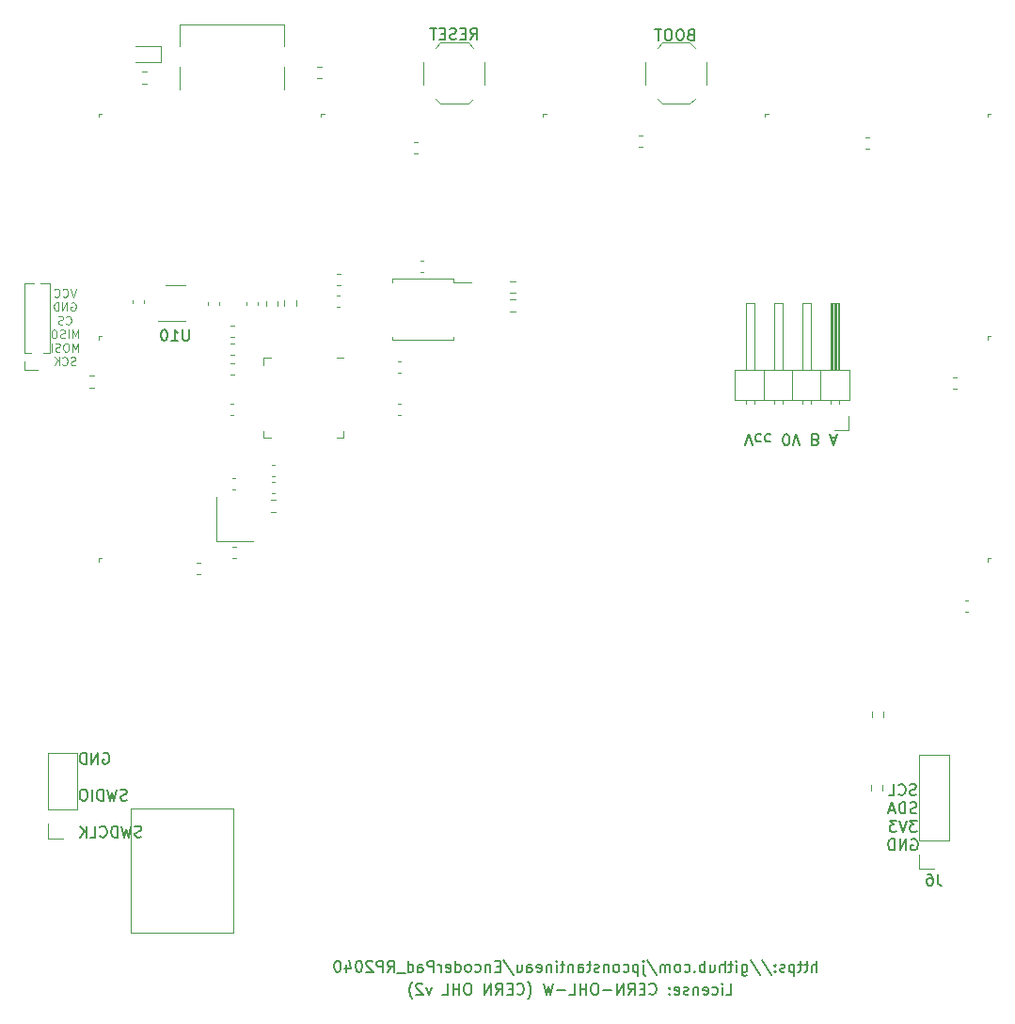
<source format=gbr>
G04 #@! TF.GenerationSoftware,KiCad,Pcbnew,(5.1.10)-1*
G04 #@! TF.CreationDate,2021-08-27T00:07:47-06:00*
G04 #@! TF.ProjectId,EncoderPad_RP2040,456e636f-6465-4725-9061-645f52503230,rev?*
G04 #@! TF.SameCoordinates,Original*
G04 #@! TF.FileFunction,Legend,Bot*
G04 #@! TF.FilePolarity,Positive*
%FSLAX46Y46*%
G04 Gerber Fmt 4.6, Leading zero omitted, Abs format (unit mm)*
G04 Created by KiCad (PCBNEW (5.1.10)-1) date 2021-08-27 00:07:47*
%MOMM*%
%LPD*%
G01*
G04 APERTURE LIST*
%ADD10C,0.150000*%
%ADD11C,0.100000*%
%ADD12C,0.120000*%
G04 APERTURE END LIST*
D10*
X114480809Y-147391380D02*
X114957000Y-147391380D01*
X114957000Y-146391380D01*
X114147476Y-147391380D02*
X114147476Y-146724714D01*
X114147476Y-146391380D02*
X114195095Y-146439000D01*
X114147476Y-146486619D01*
X114099857Y-146439000D01*
X114147476Y-146391380D01*
X114147476Y-146486619D01*
X113242714Y-147343761D02*
X113337952Y-147391380D01*
X113528428Y-147391380D01*
X113623666Y-147343761D01*
X113671285Y-147296142D01*
X113718904Y-147200904D01*
X113718904Y-146915190D01*
X113671285Y-146819952D01*
X113623666Y-146772333D01*
X113528428Y-146724714D01*
X113337952Y-146724714D01*
X113242714Y-146772333D01*
X112433190Y-147343761D02*
X112528428Y-147391380D01*
X112718904Y-147391380D01*
X112814142Y-147343761D01*
X112861761Y-147248523D01*
X112861761Y-146867571D01*
X112814142Y-146772333D01*
X112718904Y-146724714D01*
X112528428Y-146724714D01*
X112433190Y-146772333D01*
X112385571Y-146867571D01*
X112385571Y-146962809D01*
X112861761Y-147058047D01*
X111957000Y-146724714D02*
X111957000Y-147391380D01*
X111957000Y-146819952D02*
X111909380Y-146772333D01*
X111814142Y-146724714D01*
X111671285Y-146724714D01*
X111576047Y-146772333D01*
X111528428Y-146867571D01*
X111528428Y-147391380D01*
X111099857Y-147343761D02*
X111004619Y-147391380D01*
X110814142Y-147391380D01*
X110718904Y-147343761D01*
X110671285Y-147248523D01*
X110671285Y-147200904D01*
X110718904Y-147105666D01*
X110814142Y-147058047D01*
X110957000Y-147058047D01*
X111052238Y-147010428D01*
X111099857Y-146915190D01*
X111099857Y-146867571D01*
X111052238Y-146772333D01*
X110957000Y-146724714D01*
X110814142Y-146724714D01*
X110718904Y-146772333D01*
X109861761Y-147343761D02*
X109957000Y-147391380D01*
X110147476Y-147391380D01*
X110242714Y-147343761D01*
X110290333Y-147248523D01*
X110290333Y-146867571D01*
X110242714Y-146772333D01*
X110147476Y-146724714D01*
X109957000Y-146724714D01*
X109861761Y-146772333D01*
X109814142Y-146867571D01*
X109814142Y-146962809D01*
X110290333Y-147058047D01*
X109385571Y-147296142D02*
X109337952Y-147343761D01*
X109385571Y-147391380D01*
X109433190Y-147343761D01*
X109385571Y-147296142D01*
X109385571Y-147391380D01*
X109385571Y-146772333D02*
X109337952Y-146819952D01*
X109385571Y-146867571D01*
X109433190Y-146819952D01*
X109385571Y-146772333D01*
X109385571Y-146867571D01*
X107576047Y-147296142D02*
X107623666Y-147343761D01*
X107766523Y-147391380D01*
X107861761Y-147391380D01*
X108004619Y-147343761D01*
X108099857Y-147248523D01*
X108147476Y-147153285D01*
X108195095Y-146962809D01*
X108195095Y-146819952D01*
X108147476Y-146629476D01*
X108099857Y-146534238D01*
X108004619Y-146439000D01*
X107861761Y-146391380D01*
X107766523Y-146391380D01*
X107623666Y-146439000D01*
X107576047Y-146486619D01*
X107147476Y-146867571D02*
X106814142Y-146867571D01*
X106671285Y-147391380D02*
X107147476Y-147391380D01*
X107147476Y-146391380D01*
X106671285Y-146391380D01*
X105671285Y-147391380D02*
X106004619Y-146915190D01*
X106242714Y-147391380D02*
X106242714Y-146391380D01*
X105861761Y-146391380D01*
X105766523Y-146439000D01*
X105718904Y-146486619D01*
X105671285Y-146581857D01*
X105671285Y-146724714D01*
X105718904Y-146819952D01*
X105766523Y-146867571D01*
X105861761Y-146915190D01*
X106242714Y-146915190D01*
X105242714Y-147391380D02*
X105242714Y-146391380D01*
X104671285Y-147391380D01*
X104671285Y-146391380D01*
X104195095Y-147010428D02*
X103433190Y-147010428D01*
X102766523Y-146391380D02*
X102576047Y-146391380D01*
X102480809Y-146439000D01*
X102385571Y-146534238D01*
X102337952Y-146724714D01*
X102337952Y-147058047D01*
X102385571Y-147248523D01*
X102480809Y-147343761D01*
X102576047Y-147391380D01*
X102766523Y-147391380D01*
X102861761Y-147343761D01*
X102957000Y-147248523D01*
X103004619Y-147058047D01*
X103004619Y-146724714D01*
X102957000Y-146534238D01*
X102861761Y-146439000D01*
X102766523Y-146391380D01*
X101909380Y-147391380D02*
X101909380Y-146391380D01*
X101909380Y-146867571D02*
X101337952Y-146867571D01*
X101337952Y-147391380D02*
X101337952Y-146391380D01*
X100385571Y-147391380D02*
X100861761Y-147391380D01*
X100861761Y-146391380D01*
X100052238Y-147010428D02*
X99290333Y-147010428D01*
X98909380Y-146391380D02*
X98671285Y-147391380D01*
X98480809Y-146677095D01*
X98290333Y-147391380D01*
X98052238Y-146391380D01*
X96623666Y-147772333D02*
X96671285Y-147724714D01*
X96766523Y-147581857D01*
X96814142Y-147486619D01*
X96861761Y-147343761D01*
X96909380Y-147105666D01*
X96909380Y-146915190D01*
X96861761Y-146677095D01*
X96814142Y-146534238D01*
X96766523Y-146439000D01*
X96671285Y-146296142D01*
X96623666Y-146248523D01*
X95671285Y-147296142D02*
X95718904Y-147343761D01*
X95861761Y-147391380D01*
X95957000Y-147391380D01*
X96099857Y-147343761D01*
X96195095Y-147248523D01*
X96242714Y-147153285D01*
X96290333Y-146962809D01*
X96290333Y-146819952D01*
X96242714Y-146629476D01*
X96195095Y-146534238D01*
X96099857Y-146439000D01*
X95957000Y-146391380D01*
X95861761Y-146391380D01*
X95718904Y-146439000D01*
X95671285Y-146486619D01*
X95242714Y-146867571D02*
X94909380Y-146867571D01*
X94766523Y-147391380D02*
X95242714Y-147391380D01*
X95242714Y-146391380D01*
X94766523Y-146391380D01*
X93766523Y-147391380D02*
X94099857Y-146915190D01*
X94337952Y-147391380D02*
X94337952Y-146391380D01*
X93957000Y-146391380D01*
X93861761Y-146439000D01*
X93814142Y-146486619D01*
X93766523Y-146581857D01*
X93766523Y-146724714D01*
X93814142Y-146819952D01*
X93861761Y-146867571D01*
X93957000Y-146915190D01*
X94337952Y-146915190D01*
X93337952Y-147391380D02*
X93337952Y-146391380D01*
X92766523Y-147391380D01*
X92766523Y-146391380D01*
X91337952Y-146391380D02*
X91147476Y-146391380D01*
X91052238Y-146439000D01*
X90957000Y-146534238D01*
X90909380Y-146724714D01*
X90909380Y-147058047D01*
X90957000Y-147248523D01*
X91052238Y-147343761D01*
X91147476Y-147391380D01*
X91337952Y-147391380D01*
X91433190Y-147343761D01*
X91528428Y-147248523D01*
X91576047Y-147058047D01*
X91576047Y-146724714D01*
X91528428Y-146534238D01*
X91433190Y-146439000D01*
X91337952Y-146391380D01*
X90480809Y-147391380D02*
X90480809Y-146391380D01*
X90480809Y-146867571D02*
X89909380Y-146867571D01*
X89909380Y-147391380D02*
X89909380Y-146391380D01*
X88957000Y-147391380D02*
X89433190Y-147391380D01*
X89433190Y-146391380D01*
X87957000Y-146724714D02*
X87718904Y-147391380D01*
X87480809Y-146724714D01*
X87147476Y-146486619D02*
X87099857Y-146439000D01*
X87004619Y-146391380D01*
X86766523Y-146391380D01*
X86671285Y-146439000D01*
X86623666Y-146486619D01*
X86576047Y-146581857D01*
X86576047Y-146677095D01*
X86623666Y-146819952D01*
X87195095Y-147391380D01*
X86576047Y-147391380D01*
X86242714Y-147772333D02*
X86195095Y-147724714D01*
X86099857Y-147581857D01*
X86052238Y-147486619D01*
X86004619Y-147343761D01*
X85957000Y-147105666D01*
X85957000Y-146915190D01*
X86004619Y-146677095D01*
X86052238Y-146534238D01*
X86099857Y-146439000D01*
X86195095Y-146296142D01*
X86242714Y-146248523D01*
X122655476Y-145359380D02*
X122655476Y-144359380D01*
X122226904Y-145359380D02*
X122226904Y-144835571D01*
X122274523Y-144740333D01*
X122369761Y-144692714D01*
X122512619Y-144692714D01*
X122607857Y-144740333D01*
X122655476Y-144787952D01*
X121893571Y-144692714D02*
X121512619Y-144692714D01*
X121750714Y-144359380D02*
X121750714Y-145216523D01*
X121703095Y-145311761D01*
X121607857Y-145359380D01*
X121512619Y-145359380D01*
X121322142Y-144692714D02*
X120941190Y-144692714D01*
X121179285Y-144359380D02*
X121179285Y-145216523D01*
X121131666Y-145311761D01*
X121036428Y-145359380D01*
X120941190Y-145359380D01*
X120607857Y-144692714D02*
X120607857Y-145692714D01*
X120607857Y-144740333D02*
X120512619Y-144692714D01*
X120322142Y-144692714D01*
X120226904Y-144740333D01*
X120179285Y-144787952D01*
X120131666Y-144883190D01*
X120131666Y-145168904D01*
X120179285Y-145264142D01*
X120226904Y-145311761D01*
X120322142Y-145359380D01*
X120512619Y-145359380D01*
X120607857Y-145311761D01*
X119750714Y-145311761D02*
X119655476Y-145359380D01*
X119465000Y-145359380D01*
X119369761Y-145311761D01*
X119322142Y-145216523D01*
X119322142Y-145168904D01*
X119369761Y-145073666D01*
X119465000Y-145026047D01*
X119607857Y-145026047D01*
X119703095Y-144978428D01*
X119750714Y-144883190D01*
X119750714Y-144835571D01*
X119703095Y-144740333D01*
X119607857Y-144692714D01*
X119465000Y-144692714D01*
X119369761Y-144740333D01*
X118893571Y-145264142D02*
X118845952Y-145311761D01*
X118893571Y-145359380D01*
X118941190Y-145311761D01*
X118893571Y-145264142D01*
X118893571Y-145359380D01*
X118893571Y-144740333D02*
X118845952Y-144787952D01*
X118893571Y-144835571D01*
X118941190Y-144787952D01*
X118893571Y-144740333D01*
X118893571Y-144835571D01*
X117703095Y-144311761D02*
X118560238Y-145597476D01*
X116655476Y-144311761D02*
X117512619Y-145597476D01*
X115893571Y-144692714D02*
X115893571Y-145502238D01*
X115941190Y-145597476D01*
X115988809Y-145645095D01*
X116084047Y-145692714D01*
X116226904Y-145692714D01*
X116322142Y-145645095D01*
X115893571Y-145311761D02*
X115988809Y-145359380D01*
X116179285Y-145359380D01*
X116274523Y-145311761D01*
X116322142Y-145264142D01*
X116369761Y-145168904D01*
X116369761Y-144883190D01*
X116322142Y-144787952D01*
X116274523Y-144740333D01*
X116179285Y-144692714D01*
X115988809Y-144692714D01*
X115893571Y-144740333D01*
X115417380Y-145359380D02*
X115417380Y-144692714D01*
X115417380Y-144359380D02*
X115465000Y-144407000D01*
X115417380Y-144454619D01*
X115369761Y-144407000D01*
X115417380Y-144359380D01*
X115417380Y-144454619D01*
X115084047Y-144692714D02*
X114703095Y-144692714D01*
X114941190Y-144359380D02*
X114941190Y-145216523D01*
X114893571Y-145311761D01*
X114798333Y-145359380D01*
X114703095Y-145359380D01*
X114369761Y-145359380D02*
X114369761Y-144359380D01*
X113941190Y-145359380D02*
X113941190Y-144835571D01*
X113988809Y-144740333D01*
X114084047Y-144692714D01*
X114226904Y-144692714D01*
X114322142Y-144740333D01*
X114369761Y-144787952D01*
X113036428Y-144692714D02*
X113036428Y-145359380D01*
X113465000Y-144692714D02*
X113465000Y-145216523D01*
X113417380Y-145311761D01*
X113322142Y-145359380D01*
X113179285Y-145359380D01*
X113084047Y-145311761D01*
X113036428Y-145264142D01*
X112560238Y-145359380D02*
X112560238Y-144359380D01*
X112560238Y-144740333D02*
X112465000Y-144692714D01*
X112274523Y-144692714D01*
X112179285Y-144740333D01*
X112131666Y-144787952D01*
X112084047Y-144883190D01*
X112084047Y-145168904D01*
X112131666Y-145264142D01*
X112179285Y-145311761D01*
X112274523Y-145359380D01*
X112465000Y-145359380D01*
X112560238Y-145311761D01*
X111655476Y-145264142D02*
X111607857Y-145311761D01*
X111655476Y-145359380D01*
X111703095Y-145311761D01*
X111655476Y-145264142D01*
X111655476Y-145359380D01*
X110750714Y-145311761D02*
X110845952Y-145359380D01*
X111036428Y-145359380D01*
X111131666Y-145311761D01*
X111179285Y-145264142D01*
X111226904Y-145168904D01*
X111226904Y-144883190D01*
X111179285Y-144787952D01*
X111131666Y-144740333D01*
X111036428Y-144692714D01*
X110845952Y-144692714D01*
X110750714Y-144740333D01*
X110179285Y-145359380D02*
X110274523Y-145311761D01*
X110322142Y-145264142D01*
X110369761Y-145168904D01*
X110369761Y-144883190D01*
X110322142Y-144787952D01*
X110274523Y-144740333D01*
X110179285Y-144692714D01*
X110036428Y-144692714D01*
X109941190Y-144740333D01*
X109893571Y-144787952D01*
X109845952Y-144883190D01*
X109845952Y-145168904D01*
X109893571Y-145264142D01*
X109941190Y-145311761D01*
X110036428Y-145359380D01*
X110179285Y-145359380D01*
X109417380Y-145359380D02*
X109417380Y-144692714D01*
X109417380Y-144787952D02*
X109369761Y-144740333D01*
X109274523Y-144692714D01*
X109131666Y-144692714D01*
X109036428Y-144740333D01*
X108988809Y-144835571D01*
X108988809Y-145359380D01*
X108988809Y-144835571D02*
X108941190Y-144740333D01*
X108845952Y-144692714D01*
X108703095Y-144692714D01*
X108607857Y-144740333D01*
X108560238Y-144835571D01*
X108560238Y-145359380D01*
X107369761Y-144311761D02*
X108226904Y-145597476D01*
X107036428Y-144692714D02*
X107036428Y-145549857D01*
X107084047Y-145645095D01*
X107179285Y-145692714D01*
X107226904Y-145692714D01*
X107036428Y-144359380D02*
X107084047Y-144407000D01*
X107036428Y-144454619D01*
X106988809Y-144407000D01*
X107036428Y-144359380D01*
X107036428Y-144454619D01*
X106560238Y-144692714D02*
X106560238Y-145692714D01*
X106560238Y-144740333D02*
X106465000Y-144692714D01*
X106274523Y-144692714D01*
X106179285Y-144740333D01*
X106131666Y-144787952D01*
X106084047Y-144883190D01*
X106084047Y-145168904D01*
X106131666Y-145264142D01*
X106179285Y-145311761D01*
X106274523Y-145359380D01*
X106465000Y-145359380D01*
X106560238Y-145311761D01*
X105226904Y-145311761D02*
X105322142Y-145359380D01*
X105512619Y-145359380D01*
X105607857Y-145311761D01*
X105655476Y-145264142D01*
X105703095Y-145168904D01*
X105703095Y-144883190D01*
X105655476Y-144787952D01*
X105607857Y-144740333D01*
X105512619Y-144692714D01*
X105322142Y-144692714D01*
X105226904Y-144740333D01*
X104655476Y-145359380D02*
X104750714Y-145311761D01*
X104798333Y-145264142D01*
X104845952Y-145168904D01*
X104845952Y-144883190D01*
X104798333Y-144787952D01*
X104750714Y-144740333D01*
X104655476Y-144692714D01*
X104512619Y-144692714D01*
X104417380Y-144740333D01*
X104369761Y-144787952D01*
X104322142Y-144883190D01*
X104322142Y-145168904D01*
X104369761Y-145264142D01*
X104417380Y-145311761D01*
X104512619Y-145359380D01*
X104655476Y-145359380D01*
X103893571Y-144692714D02*
X103893571Y-145359380D01*
X103893571Y-144787952D02*
X103845952Y-144740333D01*
X103750714Y-144692714D01*
X103607857Y-144692714D01*
X103512619Y-144740333D01*
X103465000Y-144835571D01*
X103465000Y-145359380D01*
X103036428Y-145311761D02*
X102941190Y-145359380D01*
X102750714Y-145359380D01*
X102655476Y-145311761D01*
X102607857Y-145216523D01*
X102607857Y-145168904D01*
X102655476Y-145073666D01*
X102750714Y-145026047D01*
X102893571Y-145026047D01*
X102988809Y-144978428D01*
X103036428Y-144883190D01*
X103036428Y-144835571D01*
X102988809Y-144740333D01*
X102893571Y-144692714D01*
X102750714Y-144692714D01*
X102655476Y-144740333D01*
X102322142Y-144692714D02*
X101941190Y-144692714D01*
X102179285Y-144359380D02*
X102179285Y-145216523D01*
X102131666Y-145311761D01*
X102036428Y-145359380D01*
X101941190Y-145359380D01*
X101179285Y-145359380D02*
X101179285Y-144835571D01*
X101226904Y-144740333D01*
X101322142Y-144692714D01*
X101512619Y-144692714D01*
X101607857Y-144740333D01*
X101179285Y-145311761D02*
X101274523Y-145359380D01*
X101512619Y-145359380D01*
X101607857Y-145311761D01*
X101655476Y-145216523D01*
X101655476Y-145121285D01*
X101607857Y-145026047D01*
X101512619Y-144978428D01*
X101274523Y-144978428D01*
X101179285Y-144930809D01*
X100703095Y-144692714D02*
X100703095Y-145359380D01*
X100703095Y-144787952D02*
X100655476Y-144740333D01*
X100560238Y-144692714D01*
X100417380Y-144692714D01*
X100322142Y-144740333D01*
X100274523Y-144835571D01*
X100274523Y-145359380D01*
X99941190Y-144692714D02*
X99560238Y-144692714D01*
X99798333Y-144359380D02*
X99798333Y-145216523D01*
X99750714Y-145311761D01*
X99655476Y-145359380D01*
X99560238Y-145359380D01*
X99226904Y-145359380D02*
X99226904Y-144692714D01*
X99226904Y-144359380D02*
X99274523Y-144407000D01*
X99226904Y-144454619D01*
X99179285Y-144407000D01*
X99226904Y-144359380D01*
X99226904Y-144454619D01*
X98750714Y-144692714D02*
X98750714Y-145359380D01*
X98750714Y-144787952D02*
X98703095Y-144740333D01*
X98607857Y-144692714D01*
X98465000Y-144692714D01*
X98369761Y-144740333D01*
X98322142Y-144835571D01*
X98322142Y-145359380D01*
X97465000Y-145311761D02*
X97560238Y-145359380D01*
X97750714Y-145359380D01*
X97845952Y-145311761D01*
X97893571Y-145216523D01*
X97893571Y-144835571D01*
X97845952Y-144740333D01*
X97750714Y-144692714D01*
X97560238Y-144692714D01*
X97465000Y-144740333D01*
X97417380Y-144835571D01*
X97417380Y-144930809D01*
X97893571Y-145026047D01*
X96560238Y-145359380D02*
X96560238Y-144835571D01*
X96607857Y-144740333D01*
X96703095Y-144692714D01*
X96893571Y-144692714D01*
X96988809Y-144740333D01*
X96560238Y-145311761D02*
X96655476Y-145359380D01*
X96893571Y-145359380D01*
X96988809Y-145311761D01*
X97036428Y-145216523D01*
X97036428Y-145121285D01*
X96988809Y-145026047D01*
X96893571Y-144978428D01*
X96655476Y-144978428D01*
X96560238Y-144930809D01*
X95655476Y-144692714D02*
X95655476Y-145359380D01*
X96084047Y-144692714D02*
X96084047Y-145216523D01*
X96036428Y-145311761D01*
X95941190Y-145359380D01*
X95798333Y-145359380D01*
X95703095Y-145311761D01*
X95655476Y-145264142D01*
X94465000Y-144311761D02*
X95322142Y-145597476D01*
X94131666Y-144835571D02*
X93798333Y-144835571D01*
X93655476Y-145359380D02*
X94131666Y-145359380D01*
X94131666Y-144359380D01*
X93655476Y-144359380D01*
X93226904Y-144692714D02*
X93226904Y-145359380D01*
X93226904Y-144787952D02*
X93179285Y-144740333D01*
X93084047Y-144692714D01*
X92941190Y-144692714D01*
X92845952Y-144740333D01*
X92798333Y-144835571D01*
X92798333Y-145359380D01*
X91893571Y-145311761D02*
X91988809Y-145359380D01*
X92179285Y-145359380D01*
X92274523Y-145311761D01*
X92322142Y-145264142D01*
X92369761Y-145168904D01*
X92369761Y-144883190D01*
X92322142Y-144787952D01*
X92274523Y-144740333D01*
X92179285Y-144692714D01*
X91988809Y-144692714D01*
X91893571Y-144740333D01*
X91322142Y-145359380D02*
X91417380Y-145311761D01*
X91465000Y-145264142D01*
X91512619Y-145168904D01*
X91512619Y-144883190D01*
X91465000Y-144787952D01*
X91417380Y-144740333D01*
X91322142Y-144692714D01*
X91179285Y-144692714D01*
X91084047Y-144740333D01*
X91036428Y-144787952D01*
X90988809Y-144883190D01*
X90988809Y-145168904D01*
X91036428Y-145264142D01*
X91084047Y-145311761D01*
X91179285Y-145359380D01*
X91322142Y-145359380D01*
X90131666Y-145359380D02*
X90131666Y-144359380D01*
X90131666Y-145311761D02*
X90226904Y-145359380D01*
X90417380Y-145359380D01*
X90512619Y-145311761D01*
X90560238Y-145264142D01*
X90607857Y-145168904D01*
X90607857Y-144883190D01*
X90560238Y-144787952D01*
X90512619Y-144740333D01*
X90417380Y-144692714D01*
X90226904Y-144692714D01*
X90131666Y-144740333D01*
X89274523Y-145311761D02*
X89369761Y-145359380D01*
X89560238Y-145359380D01*
X89655476Y-145311761D01*
X89703095Y-145216523D01*
X89703095Y-144835571D01*
X89655476Y-144740333D01*
X89560238Y-144692714D01*
X89369761Y-144692714D01*
X89274523Y-144740333D01*
X89226904Y-144835571D01*
X89226904Y-144930809D01*
X89703095Y-145026047D01*
X88798333Y-145359380D02*
X88798333Y-144692714D01*
X88798333Y-144883190D02*
X88750714Y-144787952D01*
X88703095Y-144740333D01*
X88607857Y-144692714D01*
X88512619Y-144692714D01*
X88179285Y-145359380D02*
X88179285Y-144359380D01*
X87798333Y-144359380D01*
X87703095Y-144407000D01*
X87655476Y-144454619D01*
X87607857Y-144549857D01*
X87607857Y-144692714D01*
X87655476Y-144787952D01*
X87703095Y-144835571D01*
X87798333Y-144883190D01*
X88179285Y-144883190D01*
X86750714Y-145359380D02*
X86750714Y-144835571D01*
X86798333Y-144740333D01*
X86893571Y-144692714D01*
X87084047Y-144692714D01*
X87179285Y-144740333D01*
X86750714Y-145311761D02*
X86845952Y-145359380D01*
X87084047Y-145359380D01*
X87179285Y-145311761D01*
X87226904Y-145216523D01*
X87226904Y-145121285D01*
X87179285Y-145026047D01*
X87084047Y-144978428D01*
X86845952Y-144978428D01*
X86750714Y-144930809D01*
X85845952Y-145359380D02*
X85845952Y-144359380D01*
X85845952Y-145311761D02*
X85941190Y-145359380D01*
X86131666Y-145359380D01*
X86226904Y-145311761D01*
X86274523Y-145264142D01*
X86322142Y-145168904D01*
X86322142Y-144883190D01*
X86274523Y-144787952D01*
X86226904Y-144740333D01*
X86131666Y-144692714D01*
X85941190Y-144692714D01*
X85845952Y-144740333D01*
X85607857Y-145454619D02*
X84845952Y-145454619D01*
X84036428Y-145359380D02*
X84369761Y-144883190D01*
X84607857Y-145359380D02*
X84607857Y-144359380D01*
X84226904Y-144359380D01*
X84131666Y-144407000D01*
X84084047Y-144454619D01*
X84036428Y-144549857D01*
X84036428Y-144692714D01*
X84084047Y-144787952D01*
X84131666Y-144835571D01*
X84226904Y-144883190D01*
X84607857Y-144883190D01*
X83607857Y-145359380D02*
X83607857Y-144359380D01*
X83226904Y-144359380D01*
X83131666Y-144407000D01*
X83084047Y-144454619D01*
X83036428Y-144549857D01*
X83036428Y-144692714D01*
X83084047Y-144787952D01*
X83131666Y-144835571D01*
X83226904Y-144883190D01*
X83607857Y-144883190D01*
X82655476Y-144454619D02*
X82607857Y-144407000D01*
X82512619Y-144359380D01*
X82274523Y-144359380D01*
X82179285Y-144407000D01*
X82131666Y-144454619D01*
X82084047Y-144549857D01*
X82084047Y-144645095D01*
X82131666Y-144787952D01*
X82703095Y-145359380D01*
X82084047Y-145359380D01*
X81465000Y-144359380D02*
X81369761Y-144359380D01*
X81274523Y-144407000D01*
X81226904Y-144454619D01*
X81179285Y-144549857D01*
X81131666Y-144740333D01*
X81131666Y-144978428D01*
X81179285Y-145168904D01*
X81226904Y-145264142D01*
X81274523Y-145311761D01*
X81369761Y-145359380D01*
X81465000Y-145359380D01*
X81560238Y-145311761D01*
X81607857Y-145264142D01*
X81655476Y-145168904D01*
X81703095Y-144978428D01*
X81703095Y-144740333D01*
X81655476Y-144549857D01*
X81607857Y-144454619D01*
X81560238Y-144407000D01*
X81465000Y-144359380D01*
X80274523Y-144692714D02*
X80274523Y-145359380D01*
X80512619Y-144311761D02*
X80750714Y-145026047D01*
X80131666Y-145026047D01*
X79560238Y-144359380D02*
X79465000Y-144359380D01*
X79369761Y-144407000D01*
X79322142Y-144454619D01*
X79274523Y-144549857D01*
X79226904Y-144740333D01*
X79226904Y-144978428D01*
X79274523Y-145168904D01*
X79322142Y-145264142D01*
X79369761Y-145311761D01*
X79465000Y-145359380D01*
X79560238Y-145359380D01*
X79655476Y-145311761D01*
X79703095Y-145264142D01*
X79750714Y-145168904D01*
X79798333Y-144978428D01*
X79798333Y-144740333D01*
X79750714Y-144549857D01*
X79703095Y-144454619D01*
X79655476Y-144407000D01*
X79560238Y-144359380D01*
D11*
X55965600Y-83902785D02*
X55715600Y-84652785D01*
X55465600Y-83902785D01*
X54787028Y-84581357D02*
X54822742Y-84617071D01*
X54929885Y-84652785D01*
X55001314Y-84652785D01*
X55108457Y-84617071D01*
X55179885Y-84545642D01*
X55215600Y-84474214D01*
X55251314Y-84331357D01*
X55251314Y-84224214D01*
X55215600Y-84081357D01*
X55179885Y-84009928D01*
X55108457Y-83938500D01*
X55001314Y-83902785D01*
X54929885Y-83902785D01*
X54822742Y-83938500D01*
X54787028Y-83974214D01*
X54037028Y-84581357D02*
X54072742Y-84617071D01*
X54179885Y-84652785D01*
X54251314Y-84652785D01*
X54358457Y-84617071D01*
X54429885Y-84545642D01*
X54465600Y-84474214D01*
X54501314Y-84331357D01*
X54501314Y-84224214D01*
X54465600Y-84081357D01*
X54429885Y-84009928D01*
X54358457Y-83938500D01*
X54251314Y-83902785D01*
X54179885Y-83902785D01*
X54072742Y-83938500D01*
X54037028Y-83974214D01*
X55537028Y-85163500D02*
X55608457Y-85127785D01*
X55715600Y-85127785D01*
X55822742Y-85163500D01*
X55894171Y-85234928D01*
X55929885Y-85306357D01*
X55965600Y-85449214D01*
X55965600Y-85556357D01*
X55929885Y-85699214D01*
X55894171Y-85770642D01*
X55822742Y-85842071D01*
X55715600Y-85877785D01*
X55644171Y-85877785D01*
X55537028Y-85842071D01*
X55501314Y-85806357D01*
X55501314Y-85556357D01*
X55644171Y-85556357D01*
X55179885Y-85877785D02*
X55179885Y-85127785D01*
X54751314Y-85877785D01*
X54751314Y-85127785D01*
X54394171Y-85877785D02*
X54394171Y-85127785D01*
X54215600Y-85127785D01*
X54108457Y-85163500D01*
X54037028Y-85234928D01*
X54001314Y-85306357D01*
X53965600Y-85449214D01*
X53965600Y-85556357D01*
X54001314Y-85699214D01*
X54037028Y-85770642D01*
X54108457Y-85842071D01*
X54215600Y-85877785D01*
X54394171Y-85877785D01*
X55090600Y-87031357D02*
X55126314Y-87067071D01*
X55233457Y-87102785D01*
X55304885Y-87102785D01*
X55412028Y-87067071D01*
X55483457Y-86995642D01*
X55519171Y-86924214D01*
X55554885Y-86781357D01*
X55554885Y-86674214D01*
X55519171Y-86531357D01*
X55483457Y-86459928D01*
X55412028Y-86388500D01*
X55304885Y-86352785D01*
X55233457Y-86352785D01*
X55126314Y-86388500D01*
X55090600Y-86424214D01*
X54804885Y-87067071D02*
X54697742Y-87102785D01*
X54519171Y-87102785D01*
X54447742Y-87067071D01*
X54412028Y-87031357D01*
X54376314Y-86959928D01*
X54376314Y-86888500D01*
X54412028Y-86817071D01*
X54447742Y-86781357D01*
X54519171Y-86745642D01*
X54662028Y-86709928D01*
X54733457Y-86674214D01*
X54769171Y-86638500D01*
X54804885Y-86567071D01*
X54804885Y-86495642D01*
X54769171Y-86424214D01*
X54733457Y-86388500D01*
X54662028Y-86352785D01*
X54483457Y-86352785D01*
X54376314Y-86388500D01*
X56144171Y-88327785D02*
X56144171Y-87577785D01*
X55894171Y-88113500D01*
X55644171Y-87577785D01*
X55644171Y-88327785D01*
X55287028Y-88327785D02*
X55287028Y-87577785D01*
X54965600Y-88292071D02*
X54858457Y-88327785D01*
X54679885Y-88327785D01*
X54608457Y-88292071D01*
X54572742Y-88256357D01*
X54537028Y-88184928D01*
X54537028Y-88113500D01*
X54572742Y-88042071D01*
X54608457Y-88006357D01*
X54679885Y-87970642D01*
X54822742Y-87934928D01*
X54894171Y-87899214D01*
X54929885Y-87863500D01*
X54965600Y-87792071D01*
X54965600Y-87720642D01*
X54929885Y-87649214D01*
X54894171Y-87613500D01*
X54822742Y-87577785D01*
X54644171Y-87577785D01*
X54537028Y-87613500D01*
X54072742Y-87577785D02*
X53929885Y-87577785D01*
X53858457Y-87613500D01*
X53787028Y-87684928D01*
X53751314Y-87827785D01*
X53751314Y-88077785D01*
X53787028Y-88220642D01*
X53858457Y-88292071D01*
X53929885Y-88327785D01*
X54072742Y-88327785D01*
X54144171Y-88292071D01*
X54215600Y-88220642D01*
X54251314Y-88077785D01*
X54251314Y-87827785D01*
X54215600Y-87684928D01*
X54144171Y-87613500D01*
X54072742Y-87577785D01*
X56144171Y-89552785D02*
X56144171Y-88802785D01*
X55894171Y-89338500D01*
X55644171Y-88802785D01*
X55644171Y-89552785D01*
X55144171Y-88802785D02*
X55001314Y-88802785D01*
X54929885Y-88838500D01*
X54858457Y-88909928D01*
X54822742Y-89052785D01*
X54822742Y-89302785D01*
X54858457Y-89445642D01*
X54929885Y-89517071D01*
X55001314Y-89552785D01*
X55144171Y-89552785D01*
X55215600Y-89517071D01*
X55287028Y-89445642D01*
X55322742Y-89302785D01*
X55322742Y-89052785D01*
X55287028Y-88909928D01*
X55215600Y-88838500D01*
X55144171Y-88802785D01*
X54537028Y-89517071D02*
X54429885Y-89552785D01*
X54251314Y-89552785D01*
X54179885Y-89517071D01*
X54144171Y-89481357D01*
X54108457Y-89409928D01*
X54108457Y-89338500D01*
X54144171Y-89267071D01*
X54179885Y-89231357D01*
X54251314Y-89195642D01*
X54394171Y-89159928D01*
X54465600Y-89124214D01*
X54501314Y-89088500D01*
X54537028Y-89017071D01*
X54537028Y-88945642D01*
X54501314Y-88874214D01*
X54465600Y-88838500D01*
X54394171Y-88802785D01*
X54215600Y-88802785D01*
X54108457Y-88838500D01*
X53787028Y-89552785D02*
X53787028Y-88802785D01*
X55929885Y-90742071D02*
X55822742Y-90777785D01*
X55644171Y-90777785D01*
X55572742Y-90742071D01*
X55537028Y-90706357D01*
X55501314Y-90634928D01*
X55501314Y-90563500D01*
X55537028Y-90492071D01*
X55572742Y-90456357D01*
X55644171Y-90420642D01*
X55787028Y-90384928D01*
X55858457Y-90349214D01*
X55894171Y-90313500D01*
X55929885Y-90242071D01*
X55929885Y-90170642D01*
X55894171Y-90099214D01*
X55858457Y-90063500D01*
X55787028Y-90027785D01*
X55608457Y-90027785D01*
X55501314Y-90063500D01*
X54751314Y-90706357D02*
X54787028Y-90742071D01*
X54894171Y-90777785D01*
X54965600Y-90777785D01*
X55072742Y-90742071D01*
X55144171Y-90670642D01*
X55179885Y-90599214D01*
X55215600Y-90456357D01*
X55215600Y-90349214D01*
X55179885Y-90206357D01*
X55144171Y-90134928D01*
X55072742Y-90063500D01*
X54965600Y-90027785D01*
X54894171Y-90027785D01*
X54787028Y-90063500D01*
X54751314Y-90099214D01*
X54429885Y-90777785D02*
X54429885Y-90027785D01*
X54001314Y-90777785D02*
X54322742Y-90349214D01*
X54001314Y-90027785D02*
X54429885Y-90456357D01*
D10*
X131594076Y-129400161D02*
X131451219Y-129447780D01*
X131213123Y-129447780D01*
X131117885Y-129400161D01*
X131070266Y-129352542D01*
X131022647Y-129257304D01*
X131022647Y-129162066D01*
X131070266Y-129066828D01*
X131117885Y-129019209D01*
X131213123Y-128971590D01*
X131403600Y-128923971D01*
X131498838Y-128876352D01*
X131546457Y-128828733D01*
X131594076Y-128733495D01*
X131594076Y-128638257D01*
X131546457Y-128543019D01*
X131498838Y-128495400D01*
X131403600Y-128447780D01*
X131165504Y-128447780D01*
X131022647Y-128495400D01*
X130022647Y-129352542D02*
X130070266Y-129400161D01*
X130213123Y-129447780D01*
X130308361Y-129447780D01*
X130451219Y-129400161D01*
X130546457Y-129304923D01*
X130594076Y-129209685D01*
X130641695Y-129019209D01*
X130641695Y-128876352D01*
X130594076Y-128685876D01*
X130546457Y-128590638D01*
X130451219Y-128495400D01*
X130308361Y-128447780D01*
X130213123Y-128447780D01*
X130070266Y-128495400D01*
X130022647Y-128543019D01*
X129117885Y-129447780D02*
X129594076Y-129447780D01*
X129594076Y-128447780D01*
X131617885Y-131050161D02*
X131475028Y-131097780D01*
X131236933Y-131097780D01*
X131141695Y-131050161D01*
X131094076Y-131002542D01*
X131046457Y-130907304D01*
X131046457Y-130812066D01*
X131094076Y-130716828D01*
X131141695Y-130669209D01*
X131236933Y-130621590D01*
X131427409Y-130573971D01*
X131522647Y-130526352D01*
X131570266Y-130478733D01*
X131617885Y-130383495D01*
X131617885Y-130288257D01*
X131570266Y-130193019D01*
X131522647Y-130145400D01*
X131427409Y-130097780D01*
X131189314Y-130097780D01*
X131046457Y-130145400D01*
X130617885Y-131097780D02*
X130617885Y-130097780D01*
X130379790Y-130097780D01*
X130236933Y-130145400D01*
X130141695Y-130240638D01*
X130094076Y-130335876D01*
X130046457Y-130526352D01*
X130046457Y-130669209D01*
X130094076Y-130859685D01*
X130141695Y-130954923D01*
X130236933Y-131050161D01*
X130379790Y-131097780D01*
X130617885Y-131097780D01*
X129665504Y-130812066D02*
X129189314Y-130812066D01*
X129760742Y-131097780D02*
X129427409Y-130097780D01*
X129094076Y-131097780D01*
X131641695Y-131747780D02*
X131022647Y-131747780D01*
X131355980Y-132128733D01*
X131213123Y-132128733D01*
X131117885Y-132176352D01*
X131070266Y-132223971D01*
X131022647Y-132319209D01*
X131022647Y-132557304D01*
X131070266Y-132652542D01*
X131117885Y-132700161D01*
X131213123Y-132747780D01*
X131498838Y-132747780D01*
X131594076Y-132700161D01*
X131641695Y-132652542D01*
X130736933Y-131747780D02*
X130403600Y-132747780D01*
X130070266Y-131747780D01*
X129832171Y-131747780D02*
X129213123Y-131747780D01*
X129546457Y-132128733D01*
X129403600Y-132128733D01*
X129308361Y-132176352D01*
X129260742Y-132223971D01*
X129213123Y-132319209D01*
X129213123Y-132557304D01*
X129260742Y-132652542D01*
X129308361Y-132700161D01*
X129403600Y-132747780D01*
X129689314Y-132747780D01*
X129784552Y-132700161D01*
X129832171Y-132652542D01*
X131165504Y-133445400D02*
X131260742Y-133397780D01*
X131403600Y-133397780D01*
X131546457Y-133445400D01*
X131641695Y-133540638D01*
X131689314Y-133635876D01*
X131736933Y-133826352D01*
X131736933Y-133969209D01*
X131689314Y-134159685D01*
X131641695Y-134254923D01*
X131546457Y-134350161D01*
X131403600Y-134397780D01*
X131308361Y-134397780D01*
X131165504Y-134350161D01*
X131117885Y-134302542D01*
X131117885Y-133969209D01*
X131308361Y-133969209D01*
X130689314Y-134397780D02*
X130689314Y-133397780D01*
X130117885Y-134397780D01*
X130117885Y-133397780D01*
X129641695Y-134397780D02*
X129641695Y-133397780D01*
X129403600Y-133397780D01*
X129260742Y-133445400D01*
X129165504Y-133540638D01*
X129117885Y-133635876D01*
X129070266Y-133826352D01*
X129070266Y-133969209D01*
X129117885Y-134159685D01*
X129165504Y-134254923D01*
X129260742Y-134350161D01*
X129403600Y-134397780D01*
X129641695Y-134397780D01*
X58415614Y-125689200D02*
X58510852Y-125641580D01*
X58653709Y-125641580D01*
X58796566Y-125689200D01*
X58891804Y-125784438D01*
X58939423Y-125879676D01*
X58987042Y-126070152D01*
X58987042Y-126213009D01*
X58939423Y-126403485D01*
X58891804Y-126498723D01*
X58796566Y-126593961D01*
X58653709Y-126641580D01*
X58558471Y-126641580D01*
X58415614Y-126593961D01*
X58367995Y-126546342D01*
X58367995Y-126213009D01*
X58558471Y-126213009D01*
X57939423Y-126641580D02*
X57939423Y-125641580D01*
X57367995Y-126641580D01*
X57367995Y-125641580D01*
X56891804Y-126641580D02*
X56891804Y-125641580D01*
X56653709Y-125641580D01*
X56510852Y-125689200D01*
X56415614Y-125784438D01*
X56367995Y-125879676D01*
X56320376Y-126070152D01*
X56320376Y-126213009D01*
X56367995Y-126403485D01*
X56415614Y-126498723D01*
X56510852Y-126593961D01*
X56653709Y-126641580D01*
X56891804Y-126641580D01*
X60558471Y-129893961D02*
X60415614Y-129941580D01*
X60177519Y-129941580D01*
X60082280Y-129893961D01*
X60034661Y-129846342D01*
X59987042Y-129751104D01*
X59987042Y-129655866D01*
X60034661Y-129560628D01*
X60082280Y-129513009D01*
X60177519Y-129465390D01*
X60367995Y-129417771D01*
X60463233Y-129370152D01*
X60510852Y-129322533D01*
X60558471Y-129227295D01*
X60558471Y-129132057D01*
X60510852Y-129036819D01*
X60463233Y-128989200D01*
X60367995Y-128941580D01*
X60129900Y-128941580D01*
X59987042Y-128989200D01*
X59653709Y-128941580D02*
X59415614Y-129941580D01*
X59225138Y-129227295D01*
X59034661Y-129941580D01*
X58796566Y-128941580D01*
X58415614Y-129941580D02*
X58415614Y-128941580D01*
X58177519Y-128941580D01*
X58034661Y-128989200D01*
X57939423Y-129084438D01*
X57891804Y-129179676D01*
X57844185Y-129370152D01*
X57844185Y-129513009D01*
X57891804Y-129703485D01*
X57939423Y-129798723D01*
X58034661Y-129893961D01*
X58177519Y-129941580D01*
X58415614Y-129941580D01*
X57415614Y-129941580D02*
X57415614Y-128941580D01*
X56748947Y-128941580D02*
X56558471Y-128941580D01*
X56463233Y-128989200D01*
X56367995Y-129084438D01*
X56320376Y-129274914D01*
X56320376Y-129608247D01*
X56367995Y-129798723D01*
X56463233Y-129893961D01*
X56558471Y-129941580D01*
X56748947Y-129941580D01*
X56844185Y-129893961D01*
X56939423Y-129798723D01*
X56987042Y-129608247D01*
X56987042Y-129274914D01*
X56939423Y-129084438D01*
X56844185Y-128989200D01*
X56748947Y-128941580D01*
X61844185Y-133193961D02*
X61701328Y-133241580D01*
X61463233Y-133241580D01*
X61367995Y-133193961D01*
X61320376Y-133146342D01*
X61272757Y-133051104D01*
X61272757Y-132955866D01*
X61320376Y-132860628D01*
X61367995Y-132813009D01*
X61463233Y-132765390D01*
X61653709Y-132717771D01*
X61748947Y-132670152D01*
X61796566Y-132622533D01*
X61844185Y-132527295D01*
X61844185Y-132432057D01*
X61796566Y-132336819D01*
X61748947Y-132289200D01*
X61653709Y-132241580D01*
X61415614Y-132241580D01*
X61272757Y-132289200D01*
X60939423Y-132241580D02*
X60701328Y-133241580D01*
X60510852Y-132527295D01*
X60320376Y-133241580D01*
X60082280Y-132241580D01*
X59701328Y-133241580D02*
X59701328Y-132241580D01*
X59463233Y-132241580D01*
X59320376Y-132289200D01*
X59225138Y-132384438D01*
X59177519Y-132479676D01*
X59129900Y-132670152D01*
X59129900Y-132813009D01*
X59177519Y-133003485D01*
X59225138Y-133098723D01*
X59320376Y-133193961D01*
X59463233Y-133241580D01*
X59701328Y-133241580D01*
X58129900Y-133146342D02*
X58177519Y-133193961D01*
X58320376Y-133241580D01*
X58415614Y-133241580D01*
X58558471Y-133193961D01*
X58653709Y-133098723D01*
X58701328Y-133003485D01*
X58748947Y-132813009D01*
X58748947Y-132670152D01*
X58701328Y-132479676D01*
X58653709Y-132384438D01*
X58558471Y-132289200D01*
X58415614Y-132241580D01*
X58320376Y-132241580D01*
X58177519Y-132289200D01*
X58129900Y-132336819D01*
X57225138Y-133241580D02*
X57701328Y-133241580D01*
X57701328Y-132241580D01*
X56891804Y-133241580D02*
X56891804Y-132241580D01*
X56320376Y-133241580D02*
X56748947Y-132670152D01*
X56320376Y-132241580D02*
X56891804Y-132813009D01*
X116178533Y-97982019D02*
X116511866Y-96982019D01*
X116845200Y-97982019D01*
X117607104Y-97029638D02*
X117511866Y-96982019D01*
X117321390Y-96982019D01*
X117226152Y-97029638D01*
X117178533Y-97077257D01*
X117130914Y-97172495D01*
X117130914Y-97458209D01*
X117178533Y-97553447D01*
X117226152Y-97601066D01*
X117321390Y-97648685D01*
X117511866Y-97648685D01*
X117607104Y-97601066D01*
X118464247Y-97029638D02*
X118369009Y-96982019D01*
X118178533Y-96982019D01*
X118083295Y-97029638D01*
X118035676Y-97077257D01*
X117988057Y-97172495D01*
X117988057Y-97458209D01*
X118035676Y-97553447D01*
X118083295Y-97601066D01*
X118178533Y-97648685D01*
X118369009Y-97648685D01*
X118464247Y-97601066D01*
X119845200Y-97982019D02*
X119940438Y-97982019D01*
X120035676Y-97934400D01*
X120083295Y-97886780D01*
X120130914Y-97791542D01*
X120178533Y-97601066D01*
X120178533Y-97362971D01*
X120130914Y-97172495D01*
X120083295Y-97077257D01*
X120035676Y-97029638D01*
X119940438Y-96982019D01*
X119845200Y-96982019D01*
X119749961Y-97029638D01*
X119702342Y-97077257D01*
X119654723Y-97172495D01*
X119607104Y-97362971D01*
X119607104Y-97601066D01*
X119654723Y-97791542D01*
X119702342Y-97886780D01*
X119749961Y-97934400D01*
X119845200Y-97982019D01*
X120464247Y-97982019D02*
X120797580Y-96982019D01*
X121130914Y-97982019D01*
X122559485Y-97505828D02*
X122702342Y-97458209D01*
X122749961Y-97410590D01*
X122797580Y-97315352D01*
X122797580Y-97172495D01*
X122749961Y-97077257D01*
X122702342Y-97029638D01*
X122607104Y-96982019D01*
X122226152Y-96982019D01*
X122226152Y-97982019D01*
X122559485Y-97982019D01*
X122654723Y-97934400D01*
X122702342Y-97886780D01*
X122749961Y-97791542D01*
X122749961Y-97696304D01*
X122702342Y-97601066D01*
X122654723Y-97553447D01*
X122559485Y-97505828D01*
X122226152Y-97505828D01*
X123940438Y-97267733D02*
X124416628Y-97267733D01*
X123845200Y-96982019D02*
X124178533Y-97982019D01*
X124511866Y-96982019D01*
D12*
X63997000Y-83607000D02*
X65797000Y-83607000D01*
X65797000Y-86827000D02*
X63347000Y-86827000D01*
X131867600Y-136102400D02*
X133197600Y-136102400D01*
X131867600Y-134772400D02*
X131867600Y-136102400D01*
X131867600Y-133502400D02*
X134527600Y-133502400D01*
X134527600Y-133502400D02*
X134527600Y-125822400D01*
X131867600Y-133502400D02*
X131867600Y-125822400D01*
X131867600Y-125822400D02*
X134527600Y-125822400D01*
X57629058Y-92775300D02*
X57154542Y-92775300D01*
X57629058Y-91730300D02*
X57154542Y-91730300D01*
X63638900Y-63523800D02*
X61353900Y-63523800D01*
X63638900Y-62053800D02*
X63638900Y-63523800D01*
X61353900Y-62053800D02*
X63638900Y-62053800D01*
X51366400Y-91184000D02*
X52476400Y-91184000D01*
X51366400Y-90424000D02*
X51366400Y-91184000D01*
X53039871Y-89664000D02*
X53586400Y-89664000D01*
X51366400Y-89664000D02*
X51912929Y-89664000D01*
X53586400Y-89664000D02*
X53586400Y-83379000D01*
X51366400Y-89664000D02*
X51366400Y-83379000D01*
X52783930Y-83379000D02*
X53586400Y-83379000D01*
X51366400Y-83379000D02*
X52168870Y-83379000D01*
X128640100Y-122411258D02*
X128640100Y-121936742D01*
X127595100Y-122411258D02*
X127595100Y-121936742D01*
X127493500Y-128540742D02*
X127493500Y-129015258D01*
X128538500Y-128540742D02*
X128538500Y-129015258D01*
X53432400Y-125619200D02*
X56092400Y-125619200D01*
X53432400Y-130759200D02*
X53432400Y-125619200D01*
X56092400Y-130759200D02*
X56092400Y-125619200D01*
X53432400Y-130759200D02*
X56092400Y-130759200D01*
X53432400Y-132029200D02*
X53432400Y-133359200D01*
X53432400Y-133359200D02*
X54762400Y-133359200D01*
X138000000Y-108150000D02*
X138000000Y-108450000D01*
X138300000Y-108150000D02*
X138000000Y-108150000D01*
X138000000Y-88150000D02*
X138000000Y-88450000D01*
X138300000Y-88150000D02*
X138000000Y-88150000D01*
X138000000Y-68150000D02*
X138000000Y-68450000D01*
X138300000Y-68150000D02*
X138000000Y-68150000D01*
X118000000Y-68150000D02*
X118000000Y-68450000D01*
X118300000Y-68150000D02*
X118000000Y-68150000D01*
X98000000Y-68150000D02*
X98000000Y-68450000D01*
X98300000Y-68150000D02*
X98000000Y-68150000D01*
X78010000Y-68150000D02*
X78010000Y-68450000D01*
X78310000Y-68150000D02*
X78010000Y-68150000D01*
X58000000Y-68150000D02*
X58000000Y-68450000D01*
X58300000Y-68150000D02*
X58000000Y-68150000D01*
X58000000Y-88150000D02*
X58000000Y-88450000D01*
X58300000Y-88150000D02*
X58000000Y-88150000D01*
X58000000Y-108150000D02*
X58000000Y-108450000D01*
X58300000Y-108150000D02*
X58000000Y-108150000D01*
X136246780Y-112981200D02*
X135965620Y-112981200D01*
X136246780Y-111961200D02*
X135965620Y-111961200D01*
X135204780Y-92864400D02*
X134923620Y-92864400D01*
X135204780Y-91844400D02*
X134923620Y-91844400D01*
X127062620Y-70305200D02*
X127343780Y-70305200D01*
X127062620Y-71325200D02*
X127343780Y-71325200D01*
X106641020Y-70152800D02*
X106922180Y-70152800D01*
X106641020Y-71172800D02*
X106922180Y-71172800D01*
X66851620Y-108557600D02*
X67132780Y-108557600D01*
X66851620Y-109577600D02*
X67132780Y-109577600D01*
X86409620Y-70711600D02*
X86690780Y-70711600D01*
X86409620Y-71731600D02*
X86690780Y-71731600D01*
X70180780Y-88241600D02*
X69899620Y-88241600D01*
X70180780Y-87221600D02*
X69899620Y-87221600D01*
X84949420Y-90422000D02*
X85230580Y-90422000D01*
X84949420Y-91442000D02*
X85230580Y-91442000D01*
X70129980Y-95252000D02*
X69848820Y-95252000D01*
X70129980Y-94232000D02*
X69848820Y-94232000D01*
X70180780Y-89867200D02*
X69899620Y-89867200D01*
X70180780Y-88847200D02*
X69899620Y-88847200D01*
X79463020Y-82548000D02*
X79744180Y-82548000D01*
X79463020Y-83568000D02*
X79744180Y-83568000D01*
X73864380Y-102313200D02*
X73583220Y-102313200D01*
X73864380Y-101293200D02*
X73583220Y-101293200D01*
X70193780Y-91594400D02*
X69912620Y-91594400D01*
X70193780Y-90574400D02*
X69912620Y-90574400D01*
X84949420Y-94232000D02*
X85230580Y-94232000D01*
X84949420Y-95252000D02*
X85230580Y-95252000D01*
X79399220Y-84478400D02*
X79680380Y-84478400D01*
X79399220Y-85498400D02*
X79680380Y-85498400D01*
X73851380Y-100738400D02*
X73570220Y-100738400D01*
X73851380Y-99718400D02*
X73570220Y-99718400D01*
X71270400Y-85369980D02*
X71270400Y-85088820D01*
X72290400Y-85369980D02*
X72290400Y-85088820D01*
X68606400Y-106597200D02*
X68606400Y-102597200D01*
X71906400Y-106597200D02*
X68606400Y-106597200D01*
X73473542Y-102906300D02*
X73948058Y-102906300D01*
X73473542Y-103951300D02*
X73948058Y-103951300D01*
X125501400Y-96596200D02*
X125501400Y-95326200D01*
X124231400Y-96596200D02*
X125501400Y-96596200D01*
X116231400Y-94283271D02*
X116231400Y-93886200D01*
X116991400Y-94283271D02*
X116991400Y-93886200D01*
X116231400Y-85226200D02*
X116231400Y-91226200D01*
X116991400Y-85226200D02*
X116231400Y-85226200D01*
X116991400Y-91226200D02*
X116991400Y-85226200D01*
X117881400Y-93886200D02*
X117881400Y-91226200D01*
X118771400Y-94283271D02*
X118771400Y-93886200D01*
X119531400Y-94283271D02*
X119531400Y-93886200D01*
X118771400Y-85226200D02*
X118771400Y-91226200D01*
X119531400Y-85226200D02*
X118771400Y-85226200D01*
X119531400Y-91226200D02*
X119531400Y-85226200D01*
X120421400Y-93886200D02*
X120421400Y-91226200D01*
X121311400Y-94283271D02*
X121311400Y-93886200D01*
X122071400Y-94283271D02*
X122071400Y-93886200D01*
X121311400Y-85226200D02*
X121311400Y-91226200D01*
X122071400Y-85226200D02*
X121311400Y-85226200D01*
X122071400Y-91226200D02*
X122071400Y-85226200D01*
X122961400Y-93886200D02*
X122961400Y-91226200D01*
X123851400Y-94216200D02*
X123851400Y-93886200D01*
X124611400Y-94216200D02*
X124611400Y-93886200D01*
X123951400Y-91226200D02*
X123951400Y-85226200D01*
X124071400Y-91226200D02*
X124071400Y-85226200D01*
X124191400Y-91226200D02*
X124191400Y-85226200D01*
X124311400Y-91226200D02*
X124311400Y-85226200D01*
X124431400Y-91226200D02*
X124431400Y-85226200D01*
X124551400Y-91226200D02*
X124551400Y-85226200D01*
X123851400Y-85226200D02*
X123851400Y-91226200D01*
X124611400Y-85226200D02*
X123851400Y-85226200D01*
X124611400Y-91226200D02*
X124611400Y-85226200D01*
X125561400Y-91226200D02*
X125561400Y-93886200D01*
X115281400Y-91226200D02*
X125561400Y-91226200D01*
X115281400Y-93886200D02*
X115281400Y-91226200D01*
X125561400Y-93886200D02*
X115281400Y-93886200D01*
X70308380Y-101957600D02*
X70027220Y-101957600D01*
X70308380Y-100937600D02*
X70027220Y-100937600D01*
X70078020Y-107135200D02*
X70359180Y-107135200D01*
X70078020Y-108155200D02*
X70359180Y-108155200D01*
X111232000Y-61766000D02*
X108732000Y-61766000D01*
X112732000Y-63516000D02*
X112732000Y-65516000D01*
X111232000Y-67266000D02*
X108732000Y-67266000D01*
X107232000Y-63516000D02*
X107232000Y-65516000D01*
X111682000Y-62216000D02*
X111232000Y-61766000D01*
X108282000Y-62216000D02*
X108732000Y-61766000D01*
X108282000Y-66816000D02*
X108732000Y-67266000D01*
X111682000Y-66816000D02*
X111232000Y-67266000D01*
X95024942Y-83246700D02*
X95499458Y-83246700D01*
X95024942Y-84291700D02*
X95499458Y-84291700D01*
X95499458Y-85917300D02*
X95024942Y-85917300D01*
X95499458Y-84872300D02*
X95024942Y-84872300D01*
X86943620Y-81379600D02*
X87224780Y-81379600D01*
X86943620Y-82399600D02*
X87224780Y-82399600D01*
X79414000Y-90116000D02*
X80064000Y-90116000D01*
X72844000Y-97336000D02*
X72844000Y-96686000D01*
X73494000Y-97336000D02*
X72844000Y-97336000D01*
X80064000Y-97336000D02*
X80064000Y-96686000D01*
X79414000Y-97336000D02*
X80064000Y-97336000D01*
X72844000Y-90116000D02*
X72844000Y-90766000D01*
X73494000Y-90116000D02*
X72844000Y-90116000D01*
X89897800Y-83285400D02*
X91572800Y-83285400D01*
X89897800Y-83025400D02*
X89897800Y-83285400D01*
X87172800Y-83025400D02*
X89897800Y-83025400D01*
X84447800Y-83025400D02*
X84447800Y-83285400D01*
X87172800Y-83025400D02*
X84447800Y-83025400D01*
X89897800Y-88475400D02*
X89897800Y-88215400D01*
X87172800Y-88475400D02*
X89897800Y-88475400D01*
X84447800Y-88475400D02*
X84447800Y-88215400D01*
X87172800Y-88475400D02*
X84447800Y-88475400D01*
X61891142Y-64399900D02*
X62365658Y-64399900D01*
X61891142Y-65444900D02*
X62365658Y-65444900D01*
X74712300Y-85416658D02*
X74712300Y-84942142D01*
X75757300Y-85416658D02*
X75757300Y-84942142D01*
X73086700Y-85467458D02*
X73086700Y-84992942D01*
X74131700Y-85467458D02*
X74131700Y-84992942D01*
X78113658Y-64962300D02*
X77639142Y-64962300D01*
X78113658Y-63917300D02*
X77639142Y-63917300D01*
X65277000Y-60158800D02*
X74677000Y-60158800D01*
X74677000Y-65958800D02*
X74677000Y-63958800D01*
X74677000Y-62058800D02*
X74677000Y-60158800D01*
X65277000Y-65958800D02*
X65277000Y-63958800D01*
X65277000Y-62058800D02*
X65277000Y-60158800D01*
X67816000Y-85344580D02*
X67816000Y-85063420D01*
X68836000Y-85344580D02*
X68836000Y-85063420D01*
X61085000Y-85217580D02*
X61085000Y-84936420D01*
X62105000Y-85217580D02*
X62105000Y-84936420D01*
X70142000Y-130635600D02*
X60922000Y-130635600D01*
X60922000Y-130635600D02*
X60922000Y-141855600D01*
X60922000Y-141855600D02*
X70142000Y-141855600D01*
X70142000Y-141855600D02*
X70142000Y-130635600D01*
X88317600Y-62216000D02*
X88767600Y-61766000D01*
X91717600Y-62216000D02*
X91267600Y-61766000D01*
X91717600Y-66816000D02*
X91267600Y-67266000D01*
X88317600Y-66816000D02*
X88767600Y-67266000D01*
X92767600Y-65516000D02*
X92767600Y-63516000D01*
X88767600Y-61766000D02*
X91267600Y-61766000D01*
X87267600Y-65516000D02*
X87267600Y-63516000D01*
X88767600Y-67266000D02*
X91267600Y-67266000D01*
D10*
X66135095Y-87569380D02*
X66135095Y-88378904D01*
X66087476Y-88474142D01*
X66039857Y-88521761D01*
X65944619Y-88569380D01*
X65754142Y-88569380D01*
X65658904Y-88521761D01*
X65611285Y-88474142D01*
X65563666Y-88378904D01*
X65563666Y-87569380D01*
X64563666Y-88569380D02*
X65135095Y-88569380D01*
X64849380Y-88569380D02*
X64849380Y-87569380D01*
X64944619Y-87712238D01*
X65039857Y-87807476D01*
X65135095Y-87855095D01*
X63944619Y-87569380D02*
X63849380Y-87569380D01*
X63754142Y-87617000D01*
X63706523Y-87664619D01*
X63658904Y-87759857D01*
X63611285Y-87950333D01*
X63611285Y-88188428D01*
X63658904Y-88378904D01*
X63706523Y-88474142D01*
X63754142Y-88521761D01*
X63849380Y-88569380D01*
X63944619Y-88569380D01*
X64039857Y-88521761D01*
X64087476Y-88474142D01*
X64135095Y-88378904D01*
X64182714Y-88188428D01*
X64182714Y-87950333D01*
X64135095Y-87759857D01*
X64087476Y-87664619D01*
X64039857Y-87617000D01*
X63944619Y-87569380D01*
X133530933Y-136554780D02*
X133530933Y-137269066D01*
X133578552Y-137411923D01*
X133673790Y-137507161D01*
X133816647Y-137554780D01*
X133911885Y-137554780D01*
X132626171Y-136554780D02*
X132816647Y-136554780D01*
X132911885Y-136602400D01*
X132959504Y-136650019D01*
X133054742Y-136792876D01*
X133102361Y-136983352D01*
X133102361Y-137364304D01*
X133054742Y-137459542D01*
X133007123Y-137507161D01*
X132911885Y-137554780D01*
X132721409Y-137554780D01*
X132626171Y-137507161D01*
X132578552Y-137459542D01*
X132530933Y-137364304D01*
X132530933Y-137126209D01*
X132578552Y-137030971D01*
X132626171Y-136983352D01*
X132721409Y-136935733D01*
X132911885Y-136935733D01*
X133007123Y-136983352D01*
X133054742Y-137030971D01*
X133102361Y-137126209D01*
X111288342Y-61040971D02*
X111145485Y-61088590D01*
X111097866Y-61136209D01*
X111050247Y-61231447D01*
X111050247Y-61374304D01*
X111097866Y-61469542D01*
X111145485Y-61517161D01*
X111240723Y-61564780D01*
X111621676Y-61564780D01*
X111621676Y-60564780D01*
X111288342Y-60564780D01*
X111193104Y-60612400D01*
X111145485Y-60660019D01*
X111097866Y-60755257D01*
X111097866Y-60850495D01*
X111145485Y-60945733D01*
X111193104Y-60993352D01*
X111288342Y-61040971D01*
X111621676Y-61040971D01*
X110431200Y-60564780D02*
X110240723Y-60564780D01*
X110145485Y-60612400D01*
X110050247Y-60707638D01*
X110002628Y-60898114D01*
X110002628Y-61231447D01*
X110050247Y-61421923D01*
X110145485Y-61517161D01*
X110240723Y-61564780D01*
X110431200Y-61564780D01*
X110526438Y-61517161D01*
X110621676Y-61421923D01*
X110669295Y-61231447D01*
X110669295Y-60898114D01*
X110621676Y-60707638D01*
X110526438Y-60612400D01*
X110431200Y-60564780D01*
X109383580Y-60564780D02*
X109193104Y-60564780D01*
X109097866Y-60612400D01*
X109002628Y-60707638D01*
X108955009Y-60898114D01*
X108955009Y-61231447D01*
X109002628Y-61421923D01*
X109097866Y-61517161D01*
X109193104Y-61564780D01*
X109383580Y-61564780D01*
X109478819Y-61517161D01*
X109574057Y-61421923D01*
X109621676Y-61231447D01*
X109621676Y-60898114D01*
X109574057Y-60707638D01*
X109478819Y-60612400D01*
X109383580Y-60564780D01*
X108669295Y-60564780D02*
X108097866Y-60564780D01*
X108383580Y-61564780D02*
X108383580Y-60564780D01*
X91469980Y-61463180D02*
X91803314Y-60986990D01*
X92041409Y-61463180D02*
X92041409Y-60463180D01*
X91660457Y-60463180D01*
X91565219Y-60510800D01*
X91517600Y-60558419D01*
X91469980Y-60653657D01*
X91469980Y-60796514D01*
X91517600Y-60891752D01*
X91565219Y-60939371D01*
X91660457Y-60986990D01*
X92041409Y-60986990D01*
X91041409Y-60939371D02*
X90708076Y-60939371D01*
X90565219Y-61463180D02*
X91041409Y-61463180D01*
X91041409Y-60463180D01*
X90565219Y-60463180D01*
X90184266Y-61415561D02*
X90041409Y-61463180D01*
X89803314Y-61463180D01*
X89708076Y-61415561D01*
X89660457Y-61367942D01*
X89612838Y-61272704D01*
X89612838Y-61177466D01*
X89660457Y-61082228D01*
X89708076Y-61034609D01*
X89803314Y-60986990D01*
X89993790Y-60939371D01*
X90089028Y-60891752D01*
X90136647Y-60844133D01*
X90184266Y-60748895D01*
X90184266Y-60653657D01*
X90136647Y-60558419D01*
X90089028Y-60510800D01*
X89993790Y-60463180D01*
X89755695Y-60463180D01*
X89612838Y-60510800D01*
X89184266Y-60939371D02*
X88850933Y-60939371D01*
X88708076Y-61463180D02*
X89184266Y-61463180D01*
X89184266Y-60463180D01*
X88708076Y-60463180D01*
X88422361Y-60463180D02*
X87850933Y-60463180D01*
X88136647Y-61463180D02*
X88136647Y-60463180D01*
M02*

</source>
